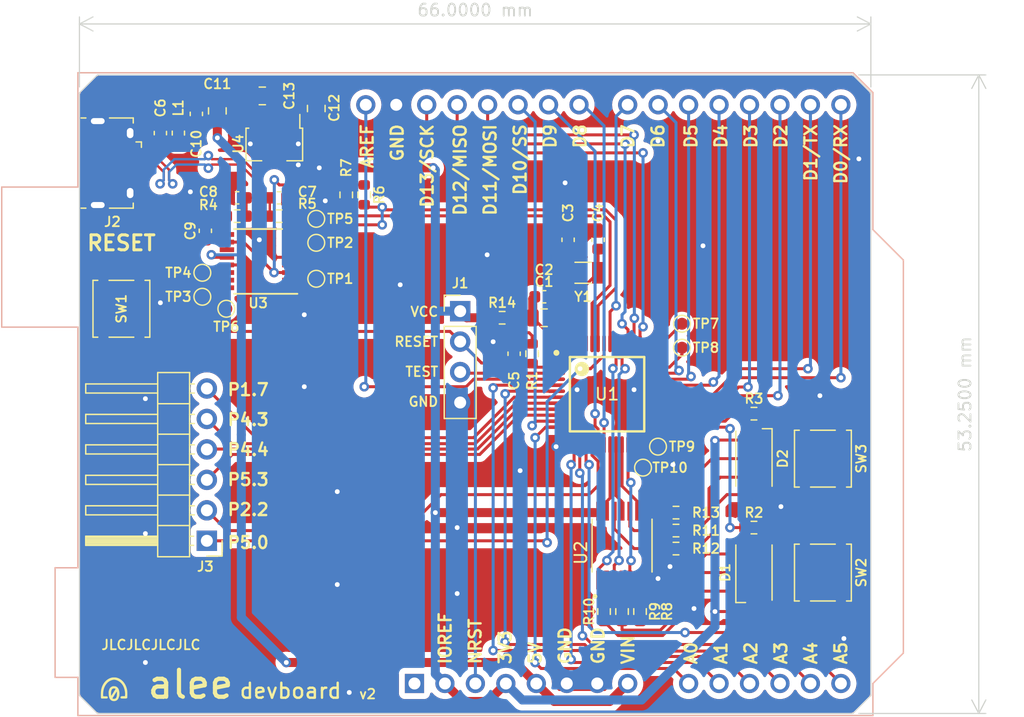
<source format=kicad_pcb>
(kicad_pcb (version 20221018) (generator pcbnew)

  (general
    (thickness 1.6)
  )

  (paper "A4")
  (title_block
    (title "Alee Development Board")
    (date "2023-11-10")
    (rev "2")
    (company "bitgloo")
    (comment 1 "Released under the CERN Open Hardware License Version 2 - Strongly Reciprocal")
  )

  (layers
    (0 "F.Cu" signal)
    (31 "B.Cu" signal)
    (32 "B.Adhes" user "B.Adhesive")
    (33 "F.Adhes" user "F.Adhesive")
    (34 "B.Paste" user)
    (35 "F.Paste" user)
    (36 "B.SilkS" user "B.Silkscreen")
    (37 "F.SilkS" user "F.Silkscreen")
    (38 "B.Mask" user)
    (39 "F.Mask" user)
    (40 "Dwgs.User" user "User.Drawings")
    (41 "Cmts.User" user "User.Comments")
    (42 "Eco1.User" user "User.Eco1")
    (43 "Eco2.User" user "User.Eco2")
    (44 "Edge.Cuts" user)
    (45 "Margin" user)
    (46 "B.CrtYd" user "B.Courtyard")
    (47 "F.CrtYd" user "F.Courtyard")
    (48 "B.Fab" user)
    (49 "F.Fab" user)
    (50 "User.1" user)
    (51 "User.2" user)
    (52 "User.3" user)
    (53 "User.4" user)
    (54 "User.5" user)
    (55 "User.6" user)
    (56 "User.7" user)
    (57 "User.8" user)
    (58 "User.9" user)
  )

  (setup
    (stackup
      (layer "F.SilkS" (type "Top Silk Screen"))
      (layer "F.Paste" (type "Top Solder Paste"))
      (layer "F.Mask" (type "Top Solder Mask") (thickness 0.01))
      (layer "F.Cu" (type "copper") (thickness 0.035))
      (layer "dielectric 1" (type "core") (thickness 1.51) (material "FR4") (epsilon_r 4.5) (loss_tangent 0.02))
      (layer "B.Cu" (type "copper") (thickness 0.035))
      (layer "B.Mask" (type "Bottom Solder Mask") (thickness 0.01))
      (layer "B.Paste" (type "Bottom Solder Paste"))
      (layer "B.SilkS" (type "Bottom Silk Screen"))
      (copper_finish "None")
      (dielectric_constraints no)
    )
    (pad_to_mask_clearance 0)
    (pcbplotparams
      (layerselection 0x00010fc_ffffffff)
      (plot_on_all_layers_selection 0x0000000_00000000)
      (disableapertmacros false)
      (usegerberextensions false)
      (usegerberattributes true)
      (usegerberadvancedattributes true)
      (creategerberjobfile true)
      (dashed_line_dash_ratio 12.000000)
      (dashed_line_gap_ratio 3.000000)
      (svgprecision 4)
      (plotframeref false)
      (viasonmask false)
      (mode 1)
      (useauxorigin false)
      (hpglpennumber 1)
      (hpglpenspeed 20)
      (hpglpendiameter 15.000000)
      (dxfpolygonmode true)
      (dxfimperialunits true)
      (dxfusepcbnewfont true)
      (psnegative false)
      (psa4output false)
      (plotreference true)
      (plotvalue true)
      (plotinvisibletext false)
      (sketchpadsonfab false)
      (subtractmaskfromsilk false)
      (outputformat 1)
      (mirror false)
      (drillshape 1)
      (scaleselection 1)
      (outputdirectory "")
    )
  )

  (net 0 "")
  (net 1 "unconnected-(A2-NC-Pad1)")
  (net 2 "VCC")
  (net 3 "RST_SBWTDIO")
  (net 4 "VBUS")
  (net 5 "GND")
  (net 6 "A0")
  (net 7 "A1")
  (net 8 "A2")
  (net 9 "A3")
  (net 10 "A4")
  (net 11 "A5")
  (net 12 "RX")
  (net 13 "TX")
  (net 14 "D2")
  (net 15 "D3")
  (net 16 "D4")
  (net 17 "D5")
  (net 18 "D6")
  (net 19 "D7")
  (net 20 "D8")
  (net 21 "D9")
  (net 22 "AREF")
  (net 23 "Net-(U1-P2.1_XIN)")
  (net 24 "Net-(U1-P2.0_XOUT)")
  (net 25 "TEST_SBWTCK")
  (net 26 "BUTTON1")
  (net 27 "Net-(R2-Pad2)")
  (net 28 "BUTTON2")
  (net 29 "Net-(R3-Pad2)")
  (net 30 "TXD")
  (net 31 "Net-(U3-~{RTS})")
  (net 32 "Net-(U3-3V3OUT)")
  (net 33 "RXD")
  (net 34 "Net-(U3-~{CTS})")
  (net 35 "Net-(U3-CBUS2)")
  (net 36 "Net-(U3-USBDP)")
  (net 37 "Net-(U3-USBDM)")
  (net 38 "Net-(U3-CBUS1)")
  (net 39 "Net-(U3-CBUS0)")
  (net 40 "Net-(U3-CBUS3)")
  (net 41 "Net-(D1-RK)")
  (net 42 "Net-(D1-GK)")
  (net 43 "Net-(D1-BK)")
  (net 44 "Net-(D2-RK)")
  (net 45 "Net-(D2-GK)")
  (net 46 "Net-(D2-BK)")
  (net 47 "unconnected-(J2-ID-Pad4)")
  (net 48 "EXTRA1")
  (net 49 "EXTRA2")
  (net 50 "EXTRA3")
  (net 51 "EXTRA4")
  (net 52 "EXTRA5")
  (net 53 "EXTRA6")
  (net 54 "Net-(U2-1Y)")
  (net 55 "Net-(U2-2Y)")
  (net 56 "Net-(U2-3Y)")
  (net 57 "Net-(U2-4Y)")
  (net 58 "Net-(U2-5Y)")
  (net 59 "Net-(U2-6Y)")
  (net 60 "LED4")
  (net 61 "LED5")
  (net 62 "LED6")
  (net 63 "LED1")
  (net 64 "unconnected-(U1-VREG-Pad31)")
  (net 65 "SCK")
  (net 66 "MOSI")
  (net 67 "MISO")
  (net 68 "LED2")
  (net 69 "LED3")
  (net 70 "/USB_P")
  (net 71 "/USB_N")
  (net 72 "SS")
  (net 73 "/VUSB")
  (net 74 "Net-(U1-P2.7_UCB1STE_CAP3.0)")
  (net 75 "Net-(U1-P4.2_TA3CLK_CAP2.3)")
  (net 76 "Net-(U1-P3.3_TA2.1_CAP0.1)")
  (net 77 "Net-(U1-P3.0_TA2.2_CAP0.0)")
  (net 78 "Net-(U1-DVCC)")

  (footprint "Capacitor_SMD:C_0603_1608Metric" (layer "F.Cu") (at 124.75 80 90))

  (footprint "Capacitor_SMD:C_0603_1608Metric" (layer "F.Cu") (at 128.15 87 180))

  (footprint "Inductor_SMD:L_0603_1608Metric" (layer "F.Cu") (at 123.25 81.6 90))

  (footprint "Resistor_SMD:R_0603_1608Metric" (layer "F.Cu") (at 160.25 121.5 -90))

  (footprint "Capacitor_SMD:C_0603_1608Metric" (layer "F.Cu") (at 151.25 100 90))

  (footprint "Capacitor_SMD:C_0603_1608Metric" (layer "F.Cu") (at 131.65 87))

  (footprint "Resistor_SMD:R_0603_1608Metric" (layer "F.Cu") (at 128.15 88.5275 180))

  (footprint "Capacitor_SMD:C_0603_1608Metric" (layer "F.Cu") (at 155.75 90.5 90))

  (footprint "TestPoint:TestPoint_Pad_D1.0mm" (layer "F.Cu") (at 165.25 99.5))

  (footprint "Resistor_SMD:R_0603_1608Metric" (layer "F.Cu") (at 164.75 113.25))

  (footprint "Capacitor_SMD:C_0603_1608Metric" (layer "F.Cu") (at 153.75 95.25))

  (footprint "Capacitor_SMD:C_0603_1608Metric" (layer "F.Cu") (at 158.25 90.5 90))

  (footprint "Button_Switch_SMD:SW_SPST_TL3305A" (layer "F.Cu") (at 118.5 96.25 90))

  (footprint "Capacitor_SMD:C_0603_1608Metric" (layer "F.Cu") (at 125.5 89.75 90))

  (footprint "Resistor_SMD:R_0603_1608Metric" (layer "F.Cu") (at 164.75 116.25))

  (footprint "Capacitor_SMD:C_0805_2012Metric" (layer "F.Cu") (at 126.5 79.75 90))

  (footprint "TestPoint:TestPoint_Pad_D1.0mm" (layer "F.Cu") (at 127.25 96.25))

  (footprint "TestPoint:TestPoint_Pad_D1.0mm" (layer "F.Cu") (at 134.75 88.75))

  (footprint "Crystal:Crystal_SMD_3215-2Pin_3.2x1.5mm" (layer "F.Cu") (at 157 93.25))

  (footprint "Package_SO:SSOP-16_3.9x4.9mm_P0.635mm" (layer "F.Cu") (at 129.9 92.2775 180))

  (footprint "Capacitor_SMD:C_0805_2012Metric" (layer "F.Cu") (at 153.75 97))

  (footprint "Resistor_SMD:R_0603_1608Metric" (layer "F.Cu") (at 171.25 105))

  (footprint "TestPoint:TestPoint_Pad_D1.0mm" (layer "F.Cu") (at 134.75 93.75))

  (footprint "Button_Switch_SMD:SW_SPST_TL3305A" (layer "F.Cu") (at 177 108.75 -90))

  (footprint "TestPoint:TestPoint_Pad_D1.0mm" (layer "F.Cu") (at 125.25 95.25))

  (footprint "Resistor_SMD:R_0603_1608Metric" (layer "F.Cu") (at 161.75 121.5 -90))

  (footprint "Resistor_SMD:R_0603_1608Metric" (layer "F.Cu") (at 164.75 114.75))

  (footprint "Capacitor_SMD:C_0805_2012Metric" (layer "F.Cu") (at 130.25 78.5))

  (footprint "Resistor_SMD:R_0603_1608Metric" (layer "F.Cu") (at 137.25 86.75 90))

  (footprint "Resistor_SMD:R_0603_1608Metric" (layer "F.Cu") (at 158.75 121.5 -90))

  (footprint "Capacitor_SMD:C_0603_1608Metric" (layer "F.Cu") (at 121.75 81.6 90))

  (footprint "Resistor_SMD:R_0603_1608Metric" (layer "F.Cu") (at 138.75 86.75 90))

  (footprint "Package_TO_SOT_SMD:SOT-89-3" (layer "F.Cu") (at 131.25 82.55 -90))

  (footprint "Connector_PinHeader_2.54mm:PinHeader_1x04_P2.54mm_Vertical" (layer "F.Cu") (at 146.75 96.45))

  (footprint "Capacitor_SMD:C_0805_2012Metric" (layer "F.Cu") (at 134.75 79.55 90))

  (footprint "TestPoint:TestPoint_Pad_D1.0mm" (layer "F.Cu") (at 162 109.5))

  (footprint "Library:PT0048A_N" (layer "F.Cu") (at 159 103.375))

  (footprint "TestPoint:TestPoint_Pad_D1.0mm" (layer "F.Cu") (at 134.75 90.75))

  (footprint "Resistor_SMD:R_0603_1608Metric" (layer "F.Cu") (at 152.75 100 -90))

  (footprint "TestPoint:TestPoint_Pad_D1.0mm" (layer "F.Cu") (at 165.25 97.5))

  (footprint "Resistor_SMD:R_0603_1608Metric" (layer "F.Cu") (at 131.65 88.5275 180))

  (footprint "Connector_USB:USB_Micro-B_Amphenol_10118194_Horizontal" (layer "F.Cu") (at 117.8275 84.1 -90))

  (footprint "TestPoint:TestPoint_Pad_D1.0mm" (layer "F.Cu") (at 163.25 107.75))

  (footprint "Resistor_SMD:R_0603_1608Metric" (layer "F.Cu") (at 171.25 114.5))

  (footprint "LED_SMD:LED_RGB_Wuerth-PLCC4_3.2x2.8mm_150141M173100" (layer "F.Cu") (at 171.25 108.75 -90))

  (footprint "Resistor_SMD:R_0603_1608Metric" (layer "F.Cu") (at 150.25 97))

  (footprint "TestPoint:TestPoint_Pad_D1.0mm" (layer "F.Cu") (at 125.25 93.25))

  (footprint "Connector_PinHeader_2.54mm:PinHeader_1x06_P2.54mm_Horizontal" (layer "F.Cu") (at 125.625 115.6 180))

  (footprint "Button_Switch_SMD:SW_SPST_TL3305A" (layer "F.Cu") (at 177 118.25 -90))

  (footprint "Library:SOP65P640X120-14N" (layer "F.Cu")
    (tstamp facf763a-c9fd-43ec-b9ca-e83bba0e141e)
    (at 160.25 116 90)
    (property "Part Number" "SN74LVC07APWR")
    (property "Sheetfile" "FRAM Forth.kicad_sch")
    (property "Sheetname" "")
    (path "/eff5fe6e-1e36-4e8f-be2e-679d90b167e5")
    (attr smd)
    (fp_text reference "U2" (at -0.595 -3.435 90) (layer "F.SilkS")
        (effects (font (size 1 1) (thickness 0.15)))
      (tstamp 6fe1d4ed-bac8-401a-9d93-99f67a457edd)
    )
    (fp_text value "SN74LVC07A" (at 7.025 3.435 90) (layer "F.Fab")
        (effects (font (size 1 1) (thickness 0.15)))
      (tstamp fd582805-fe00-45b1-abd0-c71a261e8122)
    )
    (fp_line (start -2.2 -2.5) (end 2.2 -2.5)
      (stroke (width 0.127) (type solid)) (layer "F.SilkS") (tstamp 462738a0-d55d-4a2c-b9d4-3cf3db95b04d))
    (fp_line (start -2.2 2.5) (end 2.2 2.5)
      (stroke (width 0.127) (type solid)) (layer "F.SilkS") (tstamp 9c1f4687-15a6-4d46-ad6f-ffaafe790d89))
    (fp_circle (center -4.24 -2.26) (end -4.14 -2.26)
      (stroke (width 0.2) (type solid)) (fill none) (layer "F.SilkS") (tstamp 97878b61-fae6-485d-8710-aed27e82e729))
    (fp_line (start -3.905 -2.75) (end -3.905 2.75)
      (stroke (width 0.05) (type solid)) (layer "F.CrtYd") (tstamp 09e89a3b-ebcf-492f-a5f3-e5593baf4c24))
    (fp_line (start -3.905 -2.75) (end 3.905 -2.75)
      (stroke (width 0.05) (type solid)) (layer "F.CrtYd") (tstamp 5e2
... [405241 chars truncated]
</source>
